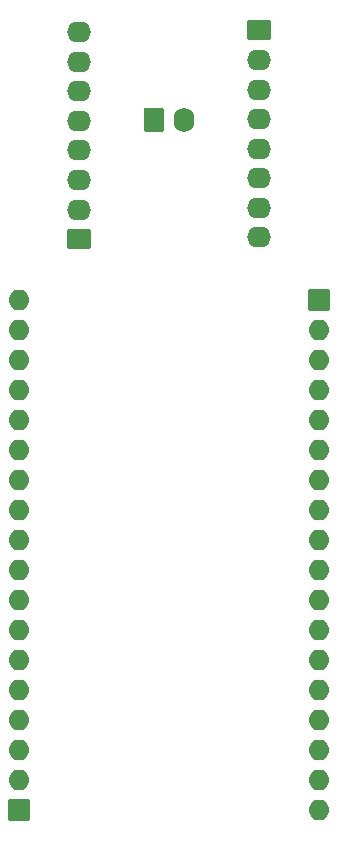
<source format=gbr>
G04 #@! TF.GenerationSoftware,KiCad,Pcbnew,8.0.8*
G04 #@! TF.CreationDate,2025-03-16T16:25:50-04:00*
G04 #@! TF.ProjectId,Combined_PCB,436f6d62-696e-4656-945f-5043422e6b69,1*
G04 #@! TF.SameCoordinates,Original*
G04 #@! TF.FileFunction,Soldermask,Bot*
G04 #@! TF.FilePolarity,Negative*
%FSLAX46Y46*%
G04 Gerber Fmt 4.6, Leading zero omitted, Abs format (unit mm)*
G04 Created by KiCad (PCBNEW 8.0.8) date 2025-03-16 16:25:50*
%MOMM*%
%LPD*%
G01*
G04 APERTURE LIST*
G04 Aperture macros list*
%AMRoundRect*
0 Rectangle with rounded corners*
0 $1 Rounding radius*
0 $2 $3 $4 $5 $6 $7 $8 $9 X,Y pos of 4 corners*
0 Add a 4 corners polygon primitive as box body*
4,1,4,$2,$3,$4,$5,$6,$7,$8,$9,$2,$3,0*
0 Add four circle primitives for the rounded corners*
1,1,$1+$1,$2,$3*
1,1,$1+$1,$4,$5*
1,1,$1+$1,$6,$7*
1,1,$1+$1,$8,$9*
0 Add four rect primitives between the rounded corners*
20,1,$1+$1,$2,$3,$4,$5,0*
20,1,$1+$1,$4,$5,$6,$7,0*
20,1,$1+$1,$6,$7,$8,$9,0*
20,1,$1+$1,$8,$9,$2,$3,0*%
G04 Aperture macros list end*
%ADD10RoundRect,0.038000X-0.850000X-0.850000X0.850000X-0.850000X0.850000X0.850000X-0.850000X0.850000X0*%
%ADD11O,1.776000X1.776000*%
%ADD12RoundRect,0.261177X-0.626823X-0.776823X0.626823X-0.776823X0.626823X0.776823X-0.626823X0.776823X0*%
%ADD13O,1.776000X2.076000*%
%ADD14RoundRect,0.038000X0.850000X0.850000X-0.850000X0.850000X-0.850000X-0.850000X0.850000X-0.850000X0*%
%ADD15RoundRect,0.261177X-0.751823X0.626823X-0.751823X-0.626823X0.751823X-0.626823X0.751823X0.626823X0*%
%ADD16O,2.026000X1.776000*%
%ADD17RoundRect,0.261177X0.751823X-0.626823X0.751823X0.626823X-0.751823X0.626823X-0.751823X-0.626823X0*%
G04 APERTURE END LIST*
D10*
X106680000Y-91440000D03*
D11*
X106680000Y-88900000D03*
X106680000Y-86360000D03*
X106680000Y-83820000D03*
X106680000Y-81280000D03*
X106680000Y-78740000D03*
X106680000Y-76200000D03*
X106680000Y-73660000D03*
X106680000Y-71120000D03*
X106680000Y-68580000D03*
X106680000Y-66040000D03*
X106680000Y-63500000D03*
X106680000Y-60960000D03*
X106680000Y-58420000D03*
X106680000Y-55880000D03*
X106680000Y-53340000D03*
X106680000Y-50800000D03*
X106680000Y-48260000D03*
D12*
X118150000Y-33020000D03*
D13*
X120650000Y-33020000D03*
D14*
X132080000Y-48260000D03*
D11*
X132080000Y-50800000D03*
X132080000Y-53340000D03*
X132080000Y-55880000D03*
X132080000Y-58420000D03*
X132080000Y-60960000D03*
X132080000Y-63500000D03*
X132080000Y-66040000D03*
X132080000Y-68580000D03*
X132080000Y-71120000D03*
X132080000Y-73660000D03*
X132080000Y-76200000D03*
X132080000Y-78740000D03*
X132080000Y-81280000D03*
X132080000Y-83820000D03*
X132080000Y-86360000D03*
X132080000Y-88900000D03*
X132080000Y-91440000D03*
D15*
X127000002Y-25400000D03*
D16*
X127000002Y-27900000D03*
X127000002Y-30400000D03*
X127000002Y-32900000D03*
X127000002Y-35400000D03*
X127000002Y-37900000D03*
X127000002Y-40400000D03*
X127000002Y-42900000D03*
D17*
X111760000Y-43060000D03*
D16*
X111760000Y-40560000D03*
X111760000Y-38060000D03*
X111760000Y-35560000D03*
X111760000Y-33060000D03*
X111760000Y-30560000D03*
X111760000Y-28060000D03*
X111760000Y-25560000D03*
M02*

</source>
